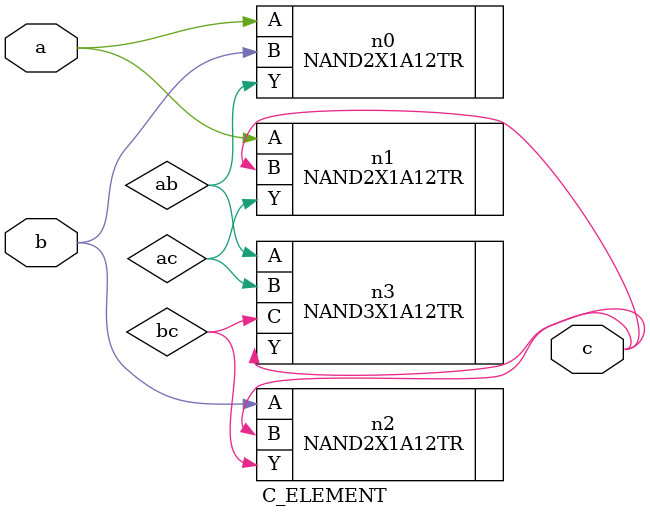
<source format=v>

`timescale 1ns/1ps



module testbench (go_l, go_r);
   input go_l, go_r;

   wire  lr, la, rr, ra, rst;

   LHS    l0 (.go_l(go_l), .rst(rst), .out(lr), .in(la));
   LC_BM p0 (.lr(lr), .la(la), .rr(r1), .ra(a1), .rst(rst));
   LC_C  p1 (.lr(r1), .la(a1), .rr(r2), .ra(a2), .rst(rst));
   LC_C p2 (.lr(r2), .la(a2), .rr(r3), .ra(a3), .rst(rst));
   LC_BM  p3 (.lr(r3), .la(a3), .rr(rr), .ra(ra), .rst(rst)); 
   RHS    r0 (.go_r(go_r), .in(rr), .out(ra));


endmodule // testbench



//////////////////////////////////////////////////////////////
///////////////////////  library cells ///////////////////////
//////////////////////////////////////////////////////////////


// This is the extra forward delay between 
`define data_delay  1


// You may want to change the DELAY module into three modules
// with hard wired delays, e.g. DELAY1, DELAY3, DELAY5.

// provides a programmable delay line to the design
// delay based on macro data_delay

module delay1 (lr, rr);
   input lr;
   output reg rr;
 
    //assign #0.01 rr = lr;
   always @(*) begin
      if (lr) rr <= #0.01 lr;
      else rr <= lr;
   end
   
    
 endmodule //delay1 


module delay3 (lr, rr);
   input lr;
   output reg rr;
  
    //assign #0.03 rr = lr; 
   always @(*) begin
      if (lr) rr <= #0.03 lr;
      else rr <= lr;
   end

endmodule //delay3


module delay5 (lr, rr);
   input lr;
   output reg rr;
  
  //assign #0.05  rr =  lr;
   always @(*) begin
      if (lr) rr <= #0.05 lr;
      else rr <= lr;
   end
   
endmodule //delay5



// This is the "go left" module.
// It gives a two gate delay turnaround between the req/ack pairs
// It asserts reset until go is asserted and then lowers reset and
// inserts tokens into the pipeline.

// Left go signal also resets the system
module LHS(go_l, rst, out, in);
   output rst, out;
   input  go_l, in;

   assign rst = ~go_l;
   assign #1 out = go_l & ~in;

endmodule // LHS



// Right go signal pauses the output.
// Must ensure that this is lowered when in = 0 for correct operation.
module RHS(go_r, out, in);
   output out;
   input  in, go_r;

   assign #1 out = go_r & in;

endmodule // RHS

	
module LC_C (lr, la, rr, ra, rst);
   input  lr, ra, rst;
   output la, rr;

   wire   ra_, rst_;

   assign rr = la;
   
   NOR2X1A12TR  n0  (.A(ra), .B(rst), .Y(ra_));
   C_ELEMENT    c0  (.a(lr), .b(ra_), .c(la));

endmodule // LC_C


module LC_BM (lr, la, rr, ra, rst);
   input  lr, ra, rst;
   output la, rr;

   wire   la_, rr_, ra_, y_, y;

   INVX1A12TR    lc0  (.A(ra), .Y(ra_));
   AOI32X1A12TR  lc1  (.A0(lr), .A1(ra_), .A2(y_), .B0(lr), .B1(la), .Y(la_));
   NOR2X1A12TR   lc2  (.A(la_), .B(rst), .Y(la));
   AOI32X1A12TR  lc3  (.A0(ra_), .A1(lr), .A2(y_), .B0(ra_), .B1(rr), .Y(rr_));
   NOR2X1A12TR   lc4  (.A(rr_), .B(rst), .Y(rr));
   C_ELEMENT     lc5  (.a(la), .b(rr), .c(y));
   INVX1A12TR    lc6  (.A(y), .Y(y_));

endmodule // LC_BM

module C_ELEMENT (a, b, c);
   input  a, b;
   output c;

   wire   ab, ac, bc;

   NAND2X1A12TR   n0  (.A(a), .B(b), .Y(ab));
   NAND2X1A12TR   n1  (.A(a), .B(c), .Y(ac));
   NAND2X1A12TR   n2  (.A(b), .B(c), .Y(bc));
   NAND3X1A12TR   n3  (.A(ab), .B(ac), .C(bc), .Y(c));

endmodule // C_ELEMENT



</source>
